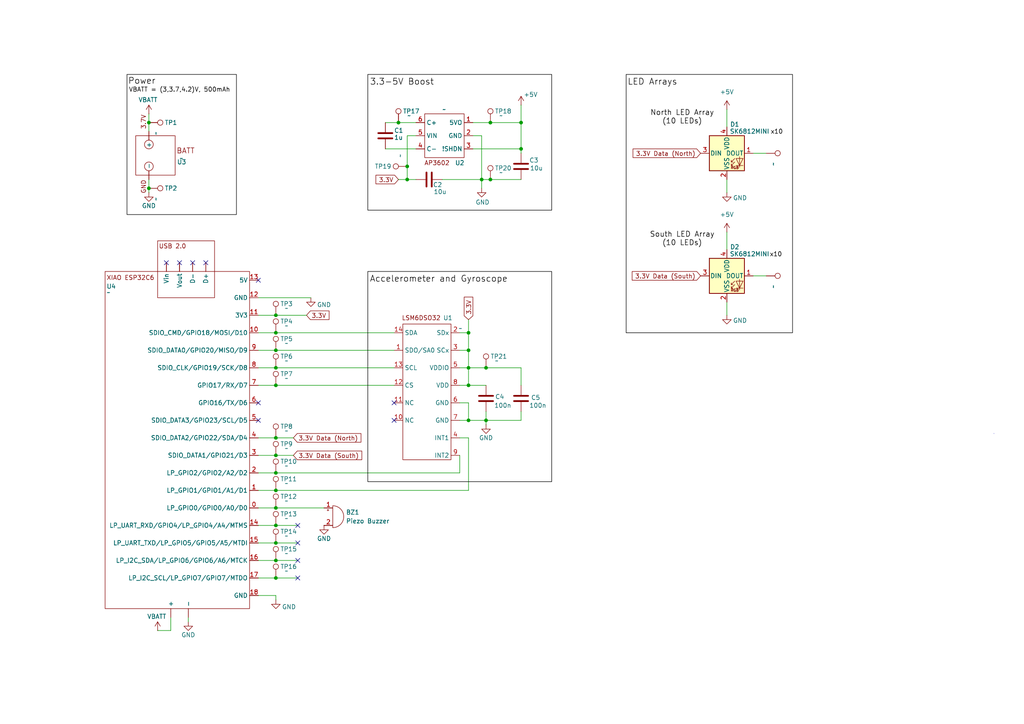
<source format=kicad_sch>
(kicad_sch (version 20231120) (generator "eeschema") (generator_version "8.0")
  (paper "A4")
  (title_block (title "LED20 Updated Schematic") (date "2024-11-04") (rev "3") (company "Team 01") (comment 1 "Schematic of LED20 prototype"))
  (lib_symbols
    (symbol "Connector:TestPoint" (pin_numbers hide) (pin_names (offset 0.762) hide)
      (property "Reference" "TP" (at 0 6.858 0))
      (property "Value" "TestPoint" (at 0 5.08 0))
      (symbol "TestPoint_0_1"
        (circle (center 0 3.302) (radius 0.762))
      )
      (symbol "TestPoint_1_1"
        (pin passive line (at 0 0 90) (length 2.54) (name "1") (number "1"))
      )
    )
    (symbol "Device:Buzzer" (pin_names (offset 0.0254) hide)
      (property "Reference" "BZ" (at 3.81 1.27 0))
      (property "Value" "Buzzer" (at 3.81 -1.27 0))
      (symbol "Buzzer_0_1"
        (arc (start 0 -3.175) (mid 3.1612 0) (end 0 3.175))
        (polyline (pts (xy -1.651 1.905) (xy -1.143 1.905)))
        (polyline (pts (xy -1.397 2.159) (xy -1.397 1.651)))
        (polyline (pts (xy 0 3.175) (xy 0 -3.175)))
      )
      (symbol "Buzzer_1_1"
        (pin passive line (at -2.54 2.54 0) (length 2.54) (name "+") (number "1"))
        (pin passive line (at -2.54 -2.54 0) (length 2.54) (name "-") (number "2"))
      )
    )
    (symbol "Device:C" (pin_numbers hide) (pin_names (offset 0.254))
      (property "Reference" "C" (at 0.635 2.54 0))
      (property "Value" "C" (at 0.635 -2.54 0))
      (symbol "C_0_1"
        (polyline (pts (xy -2.032 -0.762) (xy 2.032 -0.762)) (stroke (width 0.508)))
        (polyline (pts (xy -2.032 0.762) (xy 2.032 0.762)) (stroke (width 0.508)))
      )
      (symbol "C_1_1"
        (pin passive line (at 0 3.81 270) (length 2.794) (name "~") (number "1"))
        (pin passive line (at 0 -3.81 90) (length 2.794) (name "~") (number "2"))
      )
    )
    (symbol "LED20_Library:500mAh_LiPo_Batt"
      (property "Reference" "U" (at 4.572 -13.97 0))
      (symbol "500mAh_LiPo_Batt_0_1"
        (rectangle (start -6.35 -1.27) (end 5.08 -12.7))
        (circle (center -2.54 -10.16) (radius 1.27))
        (circle (center -2.54 -3.81) (radius 1.27))
      )
      (symbol "500mAh_LiPo_Batt_1_1"
        (text "3.7V" (at -4.064 2.794 900) (effects (font (size 1.27 1.27))))
        (text "GND" (at -4.064 -16.002 900) (effects (font (size 1.27 1.27))))
        (pin power_in line (at -2.54 0 270) (length 2.54) (name "+") (number ""))
        (pin power_in line (at -2.54 -13.97 90) (length 2.54) (name "-") (number ""))
      )
    )
    (symbol "LED20_Library:AP3602"
      (property "Reference" "U" (at 3.302 -14.224 0))
      (symbol "AP3602_0_1"
        (rectangle (start -7.62 0) (end 3.81 -12.7))
      )
      (symbol "AP3602_1_1"
        (text "AP3602" (at -4.064 -14.224 0) (effects (font (size 1.27 1.27))))
        (pin power_out line (at 6.35 -2.54 180) (length 2.54) (name "5VO") (number "1"))
        (pin power_in line (at 6.35 -6.35 180) (length 2.54) (name "GND") (number "2"))
        (pin input line (at 6.35 -10.16 180) (length 2.54) (name "!SHDN") (number "3"))
        (pin input line (at -10.16 -10.16 0) (length 2.54) (name "C-") (number "4"))
        (pin power_in line (at -10.16 -6.35 0) (length 2.54) (name "VIN") (number "5"))
        (pin input line (at -10.16 -2.54 0) (length 2.54) (name "C+") (number "6"))
      )
    )
    (symbol "LED20_Library:LSM6DSO32"
      (property "Reference" "U" (at 2.032 4.318 0))
      (symbol "LSM6DSO32_0_1"
        (rectangle (start -10.16 2.54) (end 3.81 -36.83))
      )
      (symbol "LSM6DSO32_1_1"
        (text "LSM6DSO32" (at -4.826 4.318 0) (effects (font (size 1.27 1.27))))
        (pin output line (at -12.7 -5.08 0) (length 2.54) (name "SDO/SA0") (number "1"))
        (pin unspecified line (at -12.7 -25.4 0) (length 2.54) (name "NC") (number "10"))
        (pin unspecified line (at -12.7 -20.32 0) (length 2.54) (name "NC") (number "11"))
        (pin input line (at -12.7 -15.24 0) (length 2.54) (name "CS") (number "12"))
        (pin output line (at -12.7 -10.16 0) (length 2.54) (name "SCL") (number "13"))
        (pin output line (at -12.7 0 0) (length 2.54) (name "SDA") (number "14"))
        (pin bidirectional line (at 6.35 0 180) (length 2.54) (name "SDx") (number "2"))
        (pin bidirectional line (at 6.35 -5.08 180) (length 2.54) (name "SCx") (number "3"))
        (pin output line (at 6.35 -30.48 180) (length 2.54) (name "INT1") (number "4"))
        (pin bidirectional line (at 6.35 -10.16 180) (length 2.54) (name "VDDIO") (number "5"))
        (pin power_in line (at 6.35 -20.32 180) (length 2.54) (name "GND") (number "6"))
        (pin power_in line (at 6.35 -25.4 180) (length 2.54) (name "GND") (number "7"))
        (pin power_in line (at 6.35 -15.24 180) (length 2.54) (name "VDD") (number "8"))
        (pin output line (at 6.35 -35.56 180) (length 2.54) (name "INT2") (number "9"))
      )
    )
    (symbol "LED20_Library:XIAO_ESP32C6"
      (property "Reference" "U4" (at -24.892 28.702 0))
      (property "Value" "~" (at -25.654 26.924 0))
      (symbol "XIAO_ESP32C6_0_1"
        (rectangle (start -26.67 33.02) (end 15.24 -64.77))
        (rectangle (start -11.43 41.91) (end 5.08 25.4))
      )
      (symbol "XIAO_ESP32C6_1_1"
        (text "USB 2.0" (at -7.112 40.386 0) (effects (font (size 1.27 1.27))))
        (text "XIAO ESP32C6" (at -19.304 31.242 0) (effects (font (size 1.27 1.27))))
        (pin power_in line (at -7.62 -67.31 90) (length 2.54) (name "+") (number ""))
        (pin power_in line (at -2.54 -67.31 90) (length 2.54) (name "-") (number ""))
        (pin bidirectional line (at 2.54 35.56 270) (length 2.54) (name "D+") (number ""))
        (pin bidirectional line (at -1.27 35.56 270) (length 2.54) (name "D-") (number ""))
        (pin power_in line (at -8.89 35.56 270) (length 2.54) (name "Vin") (number ""))
        (pin power_out line (at -5.08 35.56 270) (length 2.54) (name "Vout") (number ""))
        (pin bidirectional line (at 17.78 -35.56 180) (length 2.54) (name "LP_GPIO0/GPIO0/A0/D0") (number "0"))
        (pin bidirectional line (at 17.78 -30.48 180) (length 2.54) (name "LP_GPIO1/GPIO1/A1/D1") (number "1"))
        (pin bidirectional line (at 17.78 15.24 180) (length 2.54) (name "SDIO_CMD/GPIO18/MOSI/D10") (number "10"))
        (pin power_in line (at 17.78 20.32 180) (length 2.54) (name "3V3") (number "11"))
        (pin power_in line (at 17.78 25.4 180) (length 2.54) (name "GND") (number "12"))
        (pin power_in line (at 17.78 30.48 180) (length 2.54) (name "5V") (number "13"))
        (pin bidirectional line (at 17.78 -40.64 180) (length 2.54) (name "LP_UART_RXD/GPIO4/LP_GPIO4/A4/MTMS") (number "14"))
        (pin bidirectional line (at 17.78 -45.72 180) (length 2.54) (name "LP_UART_TXD/LP_GPIO5/GPIO5/A5/MTDI") (number "15"))
        (pin bidirectional line (at 17.78 -50.8 180) (length 2.54) (name "LP_I2C_SDA/LP_GPIO6/GPIO6/A6/MTCK") (number "16"))
        (pin bidirectional line (at 17.78 -55.88 180) (length 2.54) (name "LP_I2C_SCL/LP_GPIO7/GPIO7/MTDO") (number "17"))
        (pin power_in line (at 17.78 -60.96 180) (length 2.54) (name "GND") (number "18"))
        (pin bidirectional line (at 17.78 -25.4 180) (length 2.54) (name "LP_GPIO2/GPIO2/A2/D2") (number "2"))
        (pin bidirectional line (at 17.78 -20.32 180) (length 2.54) (name "SDIO_DATA1/GPIO21/D3") (number "3"))
        (pin bidirectional line (at 17.78 -15.24 180) (length 2.54) (name "SDIO_DATA2/GPIO22/SDA/D4") (number "4"))
        (pin bidirectional line (at 17.78 -10.16 180) (length 2.54) (name "SDIO_DATA3/GPIO23/SCL/D5") (number "5"))
        (pin bidirectional line (at 17.78 -5.08 180) (length 2.54) (name "GPIO16/TX/D6") (number "6"))
        (pin bidirectional line (at 17.78 0 180) (length 2.54) (name "GPIO17/RX/D7") (number "7"))
        (pin bidirectional line (at 17.78 5.08 180) (length 2.54) (name "SDIO_CLK/GPIO19/SCK/D8") (number "8"))
        (pin bidirectional line (at 17.78 10.16 180) (length 2.54) (name "SDIO_DATA0/GPIO20/MISO/D9") (number "9"))
      )
    )
    (symbol "LED:SK6812MINI" (pin_names (offset 0.254))
      (property "Reference" "D" (at 5.08 5.715 0))
      (property "Value" "SK6812MINI" (at 1.27 -5.715 0))
      (symbol "SK6812MINI_0_0"
        (text "RGB" (at 2.286 -4.191 0) (effects (font (size 0.762 0.762))))
      )
      (symbol "SK6812MINI_0_1"
        (polyline (pts (xy 1.27 -3.556) (xy 1.778 -3.556)))
        (polyline (pts (xy 1.27 -2.54) (xy 1.778 -2.54)))
        (polyline (pts (xy 4.699 -3.556) (xy 2.667 -3.556)))
        (polyline (pts (xy 2.286 -2.54) (xy 1.27 -3.556) (xy 1.27 -3.048)))
        (polyline (pts (xy 2.286 -1.524) (xy 1.27 -2.54) (xy 1.27 -2.032)))
        (polyline (pts (xy 3.683 -1.016) (xy 3.683 -3.556) (xy 3.683 -4.064)))
        (polyline (pts (xy 4.699 -1.524) (xy 2.667 -1.524) (xy 3.683 -3.556) (xy 4.699 -1.524)))
        (rectangle (start 5.08 5.08) (end -5.08 -5.08) (stroke (width 0.254)) (fill (type background)))
      )
      (symbol "SK6812MINI_1_1"
        (pin output line (at 7.62 0 180) (length 2.54) (name "DOUT") (number "1"))
        (pin power_in line (at 0 -7.62 90) (length 2.54) (name "VSS") (number "2"))
        (pin input line (at -7.62 0 0) (length 2.54) (name "DIN") (number "3"))
        (pin power_in line (at 0 7.62 270) (length 2.54) (name "VDD") (number "4"))
      )
    )
    (symbol "power:+5V" (power) (pin_numbers hide) (pin_names (offset 0) hide)
      (property "Value" "+5V" (at 0 3.556 0))
      (symbol "+5V_0_1"
        (polyline (pts (xy -0.762 1.27) (xy 0 2.54)))
        (polyline (pts (xy 0 0) (xy 0 2.54)))
        (polyline (pts (xy 0 2.54) (xy 0.762 1.27)))
      )
      (symbol "+5V_1_1"
        (pin power_in line (at 0 0 90) (length 0) (name "~") (number "1"))
      )
    )
    (symbol "power:+BATT" (power) (pin_numbers hide) (pin_names (offset 0) hide)
      (property "Value" "+BATT" (at 0 3.556 0))
      (symbol "+BATT_0_1"
        (polyline (pts (xy -0.762 1.27) (xy 0 2.54)))
        (polyline (pts (xy 0 0) (xy 0 2.54)))
        (polyline (pts (xy 0 2.54) (xy 0.762 1.27)))
      )
      (symbol "+BATT_1_1"
        (pin power_in line (at 0 0 90) (length 0) (name "~") (number "1"))
      )
    )
    (symbol "power:GND" (power) (pin_numbers hide) (pin_names (offset 0) hide)
      (property "Value" "GND" (at 0 -3.81 0))
      (symbol "GND_0_1"
        (polyline (pts (xy 0 0) (xy 0 -1.27) (xy 1.27 -1.27) (xy 0 -2.54) (xy -1.27 -1.27) (xy 0 -1.27)))
      )
      (symbol "GND_1_1"
        (pin power_in line (at 0 0 270) (length 0) (name "~") (number "1"))
      )
    )
  )
  (junction (at 140.97 121.92))
  (junction (at 135.89 121.92))
  (junction (at 118.11 52.07))
  (junction (at 135.89 106.68))
  (junction (at 142.24 52.07))
  (junction (at 43.18 35.56))
  (junction (at 80.01 167.64))
  (junction (at 80.01 96.52))
  (junction (at 140.97 106.68))
  (junction (at 139.7 52.07))
  (junction (at 43.18 54.61))
  (junction (at 80.01 106.68))
  (junction (at 135.89 101.6))
  (junction (at 80.01 91.44))
  (junction (at 80.01 142.24))
  (junction (at 80.01 162.56))
  (junction (at 80.01 157.48))
  (junction (at 151.13 43.18))
  (junction (at 80.01 127))
  (junction (at 142.24 35.56))
  (junction (at 135.89 96.52))
  (junction (at 80.01 137.16))
  (junction (at 80.01 132.08))
  (junction (at 80.01 101.6))
  (junction (at 115.57 35.56))
  (junction (at 118.11 48.26))
  (junction (at 80.01 147.32))
  (junction (at 80.01 111.76))
  (junction (at 151.13 35.56))
  (junction (at 135.89 111.76))
  (junction (at 80.01 152.4))
  (no_connect (at 114.3 116.84))
  (no_connect (at 114.3 121.92))
  (no_connect (at 55.88 76.2))
  (no_connect (at 86.36 152.4))
  (no_connect (at 59.69 76.2))
  (no_connect (at 86.36 162.56))
  (no_connect (at 74.93 116.84))
  (no_connect (at 86.36 167.64))
  (no_connect (at 74.93 121.92))
  (no_connect (at 52.07 76.2))
  (no_connect (at 86.36 157.48))
  (no_connect (at 48.26 76.2))
  (no_connect (at 74.93 81.28))
  (wire (pts (xy 139.7 54.61) (xy 139.7 52.07)))
  (wire (pts (xy 135.89 142.24) (xy 135.89 127)))
  (wire (pts (xy 133.35 132.08) (xy 133.35 137.16)))
  (wire (pts (xy 218.44 44.45) (xy 222.25 44.45)))
  (wire (pts (xy 140.97 121.92) (xy 135.89 121.92)))
  (wire (pts (xy 218.44 80.01) (xy 222.25 80.01)))
  (wire (pts (xy 151.13 44.45) (xy 151.13 43.18)))
  (wire (pts (xy 80.01 137.16) (xy 74.93 137.16)))
  (wire (pts (xy 80.01 152.4) (xy 74.93 152.4)))
  (wire (pts (xy 139.7 52.07) (xy 139.7 39.37)))
  (wire (pts (xy 135.89 127) (xy 133.35 127)))
  (wire (pts (xy 80.01 127) (xy 85.09 127)))
  (wire (pts (xy 151.13 30.48) (xy 151.13 35.56)))
  (wire (pts (xy 135.89 96.52) (xy 135.89 92.71)))
  (wire (pts (xy 133.35 116.84) (xy 135.89 116.84)))
  (wire (pts (xy 86.36 152.4) (xy 80.01 152.4)))
  (wire (pts (xy 80.01 101.6) (xy 114.3 101.6)))
  (wire (pts (xy 80.01 157.48) (xy 74.93 157.48)))
  (wire (pts (xy 133.35 101.6) (xy 135.89 101.6)))
  (wire (pts (xy 133.35 137.16) (xy 80.01 137.16)))
  (wire (pts (xy 135.89 111.76) (xy 140.97 111.76)))
  (wire (pts (xy 142.24 52.07) (xy 139.7 52.07)))
  (wire (pts (xy 80.01 132.08) (xy 85.09 132.08)))
  (wire (pts (xy 210.82 67.31) (xy 210.82 72.39)))
  (wire (pts (xy 133.35 121.92) (xy 135.89 121.92)))
  (wire (pts (xy 210.82 52.07) (xy 210.82 55.88)))
  (wire (pts (xy 86.36 167.64) (xy 80.01 167.64)))
  (wire (pts (xy 74.93 106.68) (xy 80.01 106.68)))
  (wire (pts (xy 74.93 142.24) (xy 80.01 142.24)))
  (wire (pts (xy 118.11 52.07) (xy 120.65 52.07)))
  (wire (pts (xy 43.18 54.61) (xy 43.18 55.88)))
  (wire (pts (xy 74.93 101.6) (xy 80.01 101.6)))
  (wire (pts (xy 74.93 86.36) (xy 90.17 86.36)))
  (wire (pts (xy 74.93 132.08) (xy 80.01 132.08)))
  (wire (pts (xy 133.35 111.76) (xy 135.89 111.76)))
  (wire (pts (xy 133.35 96.52) (xy 135.89 96.52)))
  (wire (pts (xy 43.18 52.07) (xy 43.18 54.61)))
  (wire (pts (xy 140.97 123.19) (xy 140.97 121.92)))
  (wire (pts (xy 151.13 111.76) (xy 151.13 106.68)))
  (wire (pts (xy 80.01 142.24) (xy 135.89 142.24)))
  (wire (pts (xy 135.89 111.76) (xy 135.89 106.68)))
  (wire (pts (xy 120.65 39.37) (xy 118.11 39.37)))
  (wire (pts (xy 80.01 167.64) (xy 74.93 167.64)))
  (wire (pts (xy 135.89 106.68) (xy 140.97 106.68)))
  (wire (pts (xy 86.36 162.56) (xy 80.01 162.56)))
  (wire (pts (xy 80.01 91.44) (xy 88.9 91.44)))
  (wire (pts (xy 128.27 52.07) (xy 139.7 52.07)))
  (wire (pts (xy 115.57 35.56) (xy 120.65 35.56)))
  (wire (pts (xy 54.61 179.07) (xy 54.61 180.34)))
  (wire (pts (xy 137.16 39.37) (xy 139.7 39.37)))
  (wire (pts (xy 80.01 106.68) (xy 114.3 106.68)))
  (wire (pts (xy 137.16 35.56) (xy 142.24 35.56)))
  (wire (pts (xy 140.97 121.92) (xy 151.13 121.92)))
  (wire (pts (xy 118.11 48.26) (xy 118.11 52.07)))
  (wire (pts (xy 74.93 96.52) (xy 80.01 96.52)))
  (wire (pts (xy 49.53 179.07) (xy 49.53 182.88)))
  (wire (pts (xy 80.01 162.56) (xy 74.93 162.56)))
  (wire (pts (xy 43.18 35.56) (xy 43.18 38.1)))
  (wire (pts (xy 45.72 182.88) (xy 49.53 182.88)))
  (wire (pts (xy 74.93 111.76) (xy 80.01 111.76)))
  (wire (pts (xy 135.89 106.68) (xy 135.89 101.6)))
  (wire (pts (xy 151.13 52.07) (xy 142.24 52.07)))
  (wire (pts (xy 142.24 35.56) (xy 151.13 35.56)))
  (wire (pts (xy 140.97 119.38) (xy 140.97 121.92)))
  (wire (pts (xy 111.76 35.56) (xy 115.57 35.56)))
  (wire (pts (xy 118.11 39.37) (xy 118.11 48.26)))
  (wire (pts (xy 80.01 147.32) (xy 93.98 147.32)))
  (wire (pts (xy 74.93 147.32) (xy 80.01 147.32)))
  (wire (pts (xy 140.97 106.68) (xy 151.13 106.68)))
  (wire (pts (xy 133.35 106.68) (xy 135.89 106.68)))
  (wire (pts (xy 74.93 172.72) (xy 80.01 172.72)))
  (wire (pts (xy 135.89 116.84) (xy 135.89 121.92)))
  (wire (pts (xy 210.82 31.75) (xy 210.82 36.83)))
  (wire (pts (xy 74.93 91.44) (xy 80.01 91.44)))
  (wire (pts (xy 210.82 87.63) (xy 210.82 91.44)))
  (wire (pts (xy 80.01 172.72) (xy 80.01 173.99)))
  (wire (pts (xy 86.36 157.48) (xy 80.01 157.48)))
  (wire (pts (xy 80.01 96.52) (xy 114.3 96.52)))
  (wire (pts (xy 151.13 119.38) (xy 151.13 121.92)))
  (wire (pts (xy 43.18 33.02) (xy 43.18 35.56)))
  (wire (pts (xy 135.89 101.6) (xy 135.89 96.52)))
  (wire (pts (xy 111.76 43.18) (xy 120.65 43.18)))
  (wire (pts (xy 137.16 43.18) (xy 151.13 43.18)))
  (wire (pts (xy 74.93 127) (xy 80.01 127)))
  (wire (pts (xy 80.01 111.76) (xy 114.3 111.76)))
  (wire (pts (xy 151.13 35.56) (xy 151.13 43.18)))
  (wire (pts (xy 115.57 52.07) (xy 118.11 52.07)))
  (rectangle (start 106.68 78.74) (end 160.02 139.7) (stroke (width 0) (color 0 0 0 1)))
  (rectangle (start 181.61 21.59) (end 229.87 96.52) (stroke (width 0) (color 0 0 0 1)))
  (rectangle (start 106.68 21.59) (end 160.02 60.96) (stroke (width 0) (color 0 0 0 1)))
  (rectangle (start 288.29 125.73) (end 288.29 125.73))
  (rectangle (start 36.83 21.59) (end 68.58 62.23) (stroke (width 0) (color 0 0 0 1)))
  (text "3.3-5V Boost" (at 116.586 23.876 0) (effects (font (size 1.778 1.778))))
  (text "South LED Array\n(10 LEDs)" (at 197.866 69.342 0) (effects (font (size 1.524 1.524))))
  (text "VBATT = (3,3.7,4.2)V, 500mAh" (at 52.07 26.162 0) (effects (font (size 1.27 1.27))))
  (text "LED Arrays" (at 189.23 23.876 0) (effects (font (size 1.778 1.778))))
  (text "x10" (at 225.044 73.914 0) (effects (font (size 1.27 1.27))))
  (text "BATT" (at 53.848 43.942 0) (effects (font (size 1.524 1.524))))
  (text "Power" (at 41.148 23.622 0) (effects (font (size 1.778 1.778))))
  (text "Accelerometer and Gyroscope\n" (at 127.254 81.026 0) (effects (font (size 1.778 1.778))))
  (text "North LED Array\n(10 LEDs)" (at 197.866 34.036 0) (effects (font (size 1.524 1.524))))
  (text "x10" (at 225.298 38.354 0) (effects (font (size 1.27 1.27))))
  (global_label "3.3V" (shape input) (at 135.89 92.71 90) (property "Intersheetrefs" "${INTERSHEET_REFS}" (effects (hide yes))))
  (global_label "3.3V" (shape input) (at 115.57 52.07 180) (property "Intersheetrefs" "${INTERSHEET_REFS}" (effects (hide yes))))
  (global_label "3.3V Data (South)" (shape input) (at 85.09 132.08 0) (property "Intersheetrefs" "${INTERSHEET_REFS}" (effects (hide yes))))
  (global_label "3.3V Data (North)" (shape input) (at 203.2 44.45 180) (property "Intersheetrefs" "${INTERSHEET_REFS}" (effects (hide yes))))
  (global_label "3.3V Data (North)" (shape input) (at 85.09 127 0) (property "Intersheetrefs" "${INTERSHEET_REFS}" (effects (hide yes))))
  (global_label "3.3V Data (South)" (shape input) (at 203.2 80.01 180) (property "Intersheetrefs" "${INTERSHEET_REFS}" (effects (hide yes))))
  (global_label "3.3V" (shape input) (at 88.9 91.44 0) (property "Intersheetrefs" "${INTERSHEET_REFS}" (effects (hide yes))))
  (symbol (lib_id "Connector:TestPoint") (at 80.01 137.16 0) (unit 1)
    (property "Reference" "TP10" (at 81.28 133.858 0) (effects (justify left)))
    (property "Value" "~" (at 82.55 135.128 0) (effects (justify left)))
    (property "Description" "test point" (effects (hide yes)))
  )
  (symbol (lib_id "Connector:TestPoint") (at 80.01 101.6 0) (unit 1)
    (property "Reference" "TP5" (at 81.28 98.298 0) (effects (justify left)))
    (property "Value" "~" (at 82.55 99.568 0) (effects (justify left)))
    (property "Description" "test point" (effects (hide yes)))
  )
  (symbol (lib_id "Connector:TestPoint") (at 222.25 44.45 270) (unit 1)
    (property "Reference" "TP17" (effects (hide yes)))
    (property "Value" "~" (at 224.282 46.99 0) (effects (justify left)))
    (property "Description" "test point" (effects (hide yes)))
  )
  (symbol (lib_id "power:+5V") (at 151.13 30.48 0) (unit 1)
    (property "Reference" "#PWR05" (effects (hide yes)))
    (property "Value" "+5V" (at 153.924 27.432 0))
    (property "Description" "Power symbol creates a global label with name \"+5V\"" (effects (hide yes)))
  )
  (symbol (lib_id "Connector:TestPoint") (at 118.11 48.26 90) (unit 1)
    (property "Reference" "TP19" (at 113.538 48.26 90) (effects (justify left)))
    (property "Value" "~" (at 116.078 45.72 0) (effects (justify left)))
    (property "Description" "test point" (effects (hide yes)))
  )
  (symbol (lib_id "Device:C") (at 151.13 115.57 180) (unit 1)
    (property "Reference" "C5" (at 156.718 115.316 0) (effects (justify left)))
    (property "Value" "100n" (at 158.496 117.602 0) (effects (justify left)))
    (property "Description" "Unpolarized capacitor" (effects (hide yes)))
  )
  (symbol (lib_id "LED20_Library:500mAh_LiPo_Batt") (at 45.72 38.1 0) (unit 1)
    (property "Reference" "U3" (at 51.308 46.99 0) (effects (justify left)))
    (property "Value" "~" (at 52.07 45.9135 0) (effects (justify left)))
  )
  (symbol (lib_id "Device:C") (at 111.76 39.37 0) (unit 1)
    (property "Reference" "C1" (at 114.3 37.846 0) (effects (justify left)))
    (property "Value" "1u" (at 114.3 39.878 0) (effects (justify left)))
    (property "Description" "Unpolarized capacitor" (effects (hide yes)))
  )
  (symbol (lib_id "power:+5V") (at 210.82 31.75 0) (unit 1)
    (property "Reference" "#PWR08" (effects (hide yes)))
    (property "Value" "+5V" (at 210.82 26.67 0))
    (property "Description" "Power symbol creates a global label with name \"+5V\"" (effects (hide yes)))
  )
  (symbol (lib_id "Connector:TestPoint") (at 80.01 167.64 0) (unit 1)
    (property "Reference" "TP16" (at 81.28 164.338 0) (effects (justify left)))
    (property "Value" "~" (at 82.55 165.608 0) (effects (justify left)))
    (property "Description" "test point" (effects (hide yes)))
  )
  (symbol (lib_id "Device:C") (at 151.13 48.26 180) (unit 1)
    (property "Reference" "C3" (at 156.21 46.482 0) (effects (justify left)))
    (property "Value" "10u" (at 157.48 48.768 0) (effects (justify left)))
    (property "Description" "Unpolarized capacitor" (effects (hide yes)))
  )
  (symbol (lib_id "power:GND") (at 93.98 152.4 0) (unit 1)
    (property "Reference" "#PWR015" (effects (hide yes)))
    (property "Value" "GND" (at 93.98 156.21 0))
    (property "Description" "Power symbol creates a global label with name \"GND\" , ground" (effects (hide yes)))
  )
  (symbol (lib_id "Connector:TestPoint") (at 80.01 147.32 0) (unit 1)
    (property "Reference" "TP12" (at 81.28 144.018 0) (effects (justify left)))
    (property "Value" "~" (at 82.55 145.288 0) (effects (justify left)))
    (property "Description" "test point" (effects (hide yes)))
  )
  (symbol (lib_id "Connector:TestPoint") (at 80.01 157.48 0) (unit 1)
    (property "Reference" "TP14" (at 81.28 154.178 0) (effects (justify left)))
    (property "Value" "~" (at 82.55 155.448 0) (effects (justify left)))
    (property "Description" "test point" (effects (hide yes)))
  )
  (symbol (lib_id "power:GND") (at 210.82 55.88 0) (unit 1)
    (property "Reference" "#PWR010" (effects (hide yes)))
    (property "Value" "GND" (at 214.63 57.404 0))
    (property "Description" "Power symbol creates a global label with name \"GND\" , ground" (effects (hide yes)))
  )
  (symbol (lib_id "power:GND") (at 80.01 173.99 0) (unit 1)
    (property "Reference" "#PWR06" (effects (hide yes)))
    (property "Value" "GND" (at 83.82 176.022 0))
    (property "Description" "Power symbol creates a global label with name \"GND\" , ground" (effects (hide yes)))
  )
  (symbol (lib_id "Connector:TestPoint") (at 80.01 127 0) (unit 1)
    (property "Reference" "TP8" (at 81.28 123.698 0) (effects (justify left)))
    (property "Value" "~" (at 82.55 124.968 0) (effects (justify left)))
    (property "Description" "test point" (effects (hide yes)))
  )
  (symbol (lib_id "power:+BATT") (at 45.72 182.88 0) (unit 1)
    (property "Reference" "#PWR03" (effects (hide yes)))
    (property "Value" "VBATT" (at 45.466 178.816 0))
    (property "Description" "Power symbol creates a global label with name \"+BATT\"" (effects (hide yes)))
  )
  (symbol (lib_id "power:GND") (at 43.18 55.88 0) (unit 1)
    (property "Reference" "#PWR01" (effects (hide yes)))
    (property "Value" "GND" (at 43.18 59.69 0))
    (property "Description" "Power symbol creates a global label with name \"GND\" , ground" (effects (hide yes)))
  )
  (symbol (lib_id "LED20_Library:LSM6DSO32") (at 127 96.52 0) (unit 1)
    (property "Reference" "U1" (at 128.524 92.202 0) (effects (justify left)))
    (property "Value" "~" (at 133.0041 95.25 0) (effects (justify left)))
  )
  (symbol (lib_id "Connector:TestPoint") (at 80.01 152.4 0) (unit 1)
    (property "Reference" "TP13" (at 81.28 149.098 0) (effects (justify left)))
    (property "Value" "~" (at 82.55 150.368 0) (effects (justify left)))
    (property "Description" "test point" (effects (hide yes)))
  )
  (symbol (lib_id "Connector:TestPoint") (at 222.25 80.01 270) (unit 1)
    (property "Reference" "TP18" (effects (hide yes)))
    (property "Value" "~" (at 224.282 82.55 0) (effects (justify left)))
    (property "Description" "test point" (effects (hide yes)))
  )
  (symbol (lib_id "power:GND") (at 54.61 180.34 0) (unit 1)
    (property "Reference" "#PWR04" (effects (hide yes)))
    (property "Value" "GND" (at 54.61 184.15 0))
    (property "Description" "Power symbol creates a global label with name \"GND\" , ground" (effects (hide yes)))
  )
  (symbol (lib_id "Connector:TestPoint") (at 80.01 106.68 0) (unit 1)
    (property "Reference" "TP6" (at 81.28 103.378 0) (effects (justify left)))
    (property "Value" "~" (at 82.55 104.648 0) (effects (justify left)))
    (property "Description" "test point" (effects (hide yes)))
  )
  (symbol (lib_id "Connector:TestPoint") (at 142.24 35.56 0) (unit 1)
    (property "Reference" "TP18" (at 143.51 32.258 0) (effects (justify left)))
    (property "Value" "~" (at 144.78 33.528 0) (effects (justify left)))
    (property "Description" "test point" (effects (hide yes)))
  )
  (symbol (lib_id "power:GND") (at 140.97 123.19 0) (unit 1)
    (property "Reference" "#PWR014" (effects (hide yes)))
    (property "Value" "GND" (at 140.97 127 0))
    (property "Description" "Power symbol creates a global label with name \"GND\" , ground" (effects (hide yes)))
  )
  (symbol (lib_id "Device:Buzzer") (at 96.52 149.86 0) (unit 1)
    (property "Reference" "BZ1" (at 100.33 148.5899 0) (effects (justify left)))
    (property "Value" "Piezo Buzzer" (at 100.33 151.1299 0) (effects (justify left)))
    (property "Description" "Buzzer, polarized" (effects (hide yes)))
  )
  (symbol (lib_id "Connector:TestPoint") (at 142.24 52.07 0) (unit 1)
    (property "Reference" "TP20" (at 143.51 48.768 0) (effects (justify left)))
    (property "Value" "~" (at 144.78 50.038 0) (effects (justify left)))
    (property "Description" "test point" (effects (hide yes)))
  )
  (symbol (lib_id "Connector:TestPoint") (at 80.01 111.76 0) (unit 1)
    (property "Reference" "TP7" (at 81.28 108.458 0) (effects (justify left)))
    (property "Value" "~" (at 82.55 109.728 0) (effects (justify left)))
    (property "Description" "test point" (effects (hide yes)))
  )
  (symbol (lib_id "LED20_Library:XIAO_ESP32C6") (at 57.15 111.76 0) (unit 1)
    (property "Reference" "U4" (at 32.258 83.058 0))
    (property "Value" "~" (at 31.496 84.836 0))
  )
  (symbol (lib_id "Connector:TestPoint") (at 43.18 35.56 270) (unit 1)
    (property "Reference" "TP1" (at 47.752 35.56 90) (effects (justify left)))
    (property "Value" "~" (at 45.212 38.1 0) (effects (justify left)))
    (property "Description" "test point" (effects (hide yes)))
  )
  (symbol (lib_id "LED:SK6812MINI") (at 210.82 80.01 0) (unit 1)
    (property "Reference" "D2" (at 213.106 71.628 0))
    (property "Value" "SK6812MINI" (at 217.424 73.66 0))
    (property "Footprint" "LED_SMD:LED_SK6812MINI_PLCC4_3.5x3.5mm_P1.75mm" (effects (hide yes)))
    (property "Datasheet" "https://cdn-shop.adafruit.com/product-files/2686/SK6812MINI_REV.01-1-2.pdf" (effects (hide yes)))
    (property "Description" "RGB LED with integrated controller" (effects (hide yes)))
  )
  (symbol (lib_id "power:+BATT") (at 43.18 33.02 0) (unit 1)
    (property "Reference" "#PWR02" (effects (hide yes)))
    (property "Value" "VBATT" (at 42.926 28.956 0))
    (property "Description" "Power symbol creates a global label with name \"+BATT\"" (effects (hide yes)))
  )
  (symbol (lib_id "Connector:TestPoint") (at 140.97 106.68 0) (unit 1)
    (property "Reference" "TP21" (at 142.24 103.378 0) (effects (justify left)))
    (property "Value" "~" (at 143.51 104.648 0) (effects (justify left)))
    (property "Description" "test point" (effects (hide yes)))
  )
  (symbol (lib_id "Connector:TestPoint") (at 115.57 35.56 0) (unit 1)
    (property "Reference" "TP17" (at 116.84 32.258 0) (effects (justify left)))
    (property "Value" "~" (at 118.11 33.528 0) (effects (justify left)))
    (property "Description" "test point" (effects (hide yes)))
  )
  (symbol (lib_id "Connector:TestPoint") (at 80.01 142.24 0) (unit 1)
    (property "Reference" "TP11" (at 81.28 138.938 0) (effects (justify left)))
    (property "Value" "~" (at 82.55 140.208 0) (effects (justify left)))
    (property "Description" "test point" (effects (hide yes)))
  )
  (symbol (lib_id "LED:SK6812MINI") (at 210.82 44.45 0) (unit 1)
    (property "Reference" "D1" (at 213.106 36.068 0))
    (property "Value" "SK6812MINI" (at 217.424 38.1 0))
    (property "Footprint" "LED_SMD:LED_SK6812MINI_PLCC4_3.5x3.5mm_P1.75mm" (effects (hide yes)))
    (property "Datasheet" "https://cdn-shop.adafruit.com/product-files/2686/SK6812MINI_REV.01-1-2.pdf" (effects (hide yes)))
    (property "Description" "RGB LED with integrated controller" (effects (hide yes)))
  )
  (symbol (lib_id "Connector:TestPoint") (at 43.18 54.61 270) (unit 1)
    (property "Reference" "TP2" (at 47.752 54.61 90) (effects (justify left)))
    (property "Value" "~" (at 45.212 57.15 0) (effects (justify left)))
    (property "Description" "test point" (effects (hide yes)))
  )
  (symbol (lib_id "Device:C") (at 124.46 52.07 90) (unit 1)
    (property "Reference" "C2" (at 128.27 53.594 90) (effects (justify left)))
    (property "Value" "10u" (at 129.54 55.626 90) (effects (justify left)))
    (property "Description" "Unpolarized capacitor" (effects (hide yes)))
  )
  (symbol (lib_id "power:GND") (at 210.82 91.44 0) (unit 1)
    (property "Reference" "#PWR013" (effects (hide yes)))
    (property "Value" "GND" (at 214.63 92.964 0))
    (property "Description" "Power symbol creates a global label with name \"GND\" , ground" (effects (hide yes)))
  )
  (symbol (lib_id "LED20_Library:AP3602") (at 130.81 33.02 0) (unit 1)
    (property "Reference" "U2" (at 133.35 47.244 0))
    (property "Value" "~" (at 128.8282 31.75 0))
  )
  (symbol (lib_id "Connector:TestPoint") (at 80.01 91.44 0) (unit 1)
    (property "Reference" "TP3" (at 81.28 88.138 0) (effects (justify left)))
    (property "Value" "~" (at 82.55 89.408 0) (effects (justify left)))
    (property "Description" "test point" (effects (hide yes)))
  )
  (symbol (lib_id "Connector:TestPoint") (at 80.01 132.08 0) (unit 1)
    (property "Reference" "TP9" (at 81.28 128.778 0) (effects (justify left)))
    (property "Value" "~" (at 82.55 130.048 0) (effects (justify left)))
    (property "Description" "test point" (effects (hide yes)))
  )
  (symbol (lib_id "Connector:TestPoint") (at 80.01 162.56 0) (unit 1)
    (property "Reference" "TP15" (at 81.28 159.258 0) (effects (justify left)))
    (property "Value" "~" (at 82.55 160.528 0) (effects (justify left)))
    (property "Description" "test point" (effects (hide yes)))
  )
  (symbol (lib_id "power:GND") (at 139.7 54.61 0) (unit 1)
    (property "Reference" "#PWR09" (effects (hide yes)))
    (property "Value" "GND" (at 139.954 58.674 0))
    (property "Description" "Power symbol creates a global label with name \"GND\" , ground" (effects (hide yes)))
  )
  (symbol (lib_id "power:GND") (at 90.17 86.36 0) (unit 1)
    (property "Reference" "#PWR07" (effects (hide yes)))
    (property "Value" "GND" (at 93.98 88.392 0))
    (property "Description" "Power symbol creates a global label with name \"GND\" , ground" (effects (hide yes)))
  )
  (symbol (lib_id "Connector:TestPoint") (at 80.01 96.52 0) (unit 1)
    (property "Reference" "TP4" (at 81.28 93.218 0) (effects (justify left)))
    (property "Value" "~" (at 82.55 94.488 0) (effects (justify left)))
    (property "Description" "test point" (effects (hide yes)))
  )
  (symbol (lib_id "Device:C") (at 140.97 115.57 180) (unit 1)
    (property "Reference" "C4" (at 146.304 115.062 0) (effects (justify left)))
    (property "Value" "100n" (at 148.336 117.602 0) (effects (justify left)))
    (property "Description" "Unpolarized capacitor" (effects (hide yes)))
  )
  (symbol (lib_id "power:+5V") (at 210.82 67.31 0) (unit 1)
    (property "Reference" "#PWR012" (effects (hide yes)))
    (property "Value" "+5V" (at 210.82 62.23 0))
    (property "Description" "Power symbol creates a global label with name \"+5V\"" (effects (hide yes)))
  )
)
</source>
